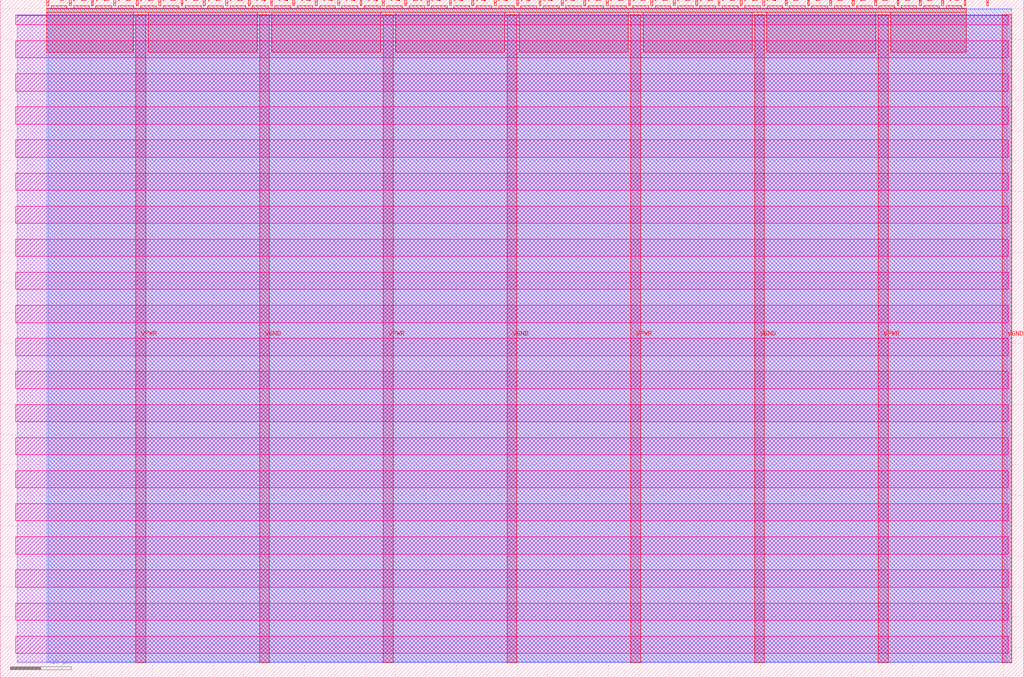
<source format=lef>
VERSION 5.7 ;
  NOWIREEXTENSIONATPIN ON ;
  DIVIDERCHAR "/" ;
  BUSBITCHARS "[]" ;
MACRO tt_um_wokwi_374140166551523329
  CLASS BLOCK ;
  FOREIGN tt_um_wokwi_374140166551523329 ;
  ORIGIN 0.000 0.000 ;
  SIZE 168.360 BY 111.520 ;
  PIN VGND
    DIRECTION INOUT ;
    USE GROUND ;
    PORT
      LAYER met4 ;
        RECT 42.670 2.480 44.270 109.040 ;
    END
    PORT
      LAYER met4 ;
        RECT 83.380 2.480 84.980 109.040 ;
    END
    PORT
      LAYER met4 ;
        RECT 124.090 2.480 125.690 109.040 ;
    END
    PORT
      LAYER met4 ;
        RECT 164.800 2.480 166.400 109.040 ;
    END
  END VGND
  PIN VPWR
    DIRECTION INOUT ;
    USE POWER ;
    PORT
      LAYER met4 ;
        RECT 22.315 2.480 23.915 109.040 ;
    END
    PORT
      LAYER met4 ;
        RECT 63.025 2.480 64.625 109.040 ;
    END
    PORT
      LAYER met4 ;
        RECT 103.735 2.480 105.335 109.040 ;
    END
    PORT
      LAYER met4 ;
        RECT 144.445 2.480 146.045 109.040 ;
    END
  END VPWR
  PIN clk
    DIRECTION INPUT ;
    USE SIGNAL ;
    ANTENNAGATEAREA 0.852000 ;
    PORT
      LAYER met4 ;
        RECT 158.550 110.520 158.850 111.520 ;
    END
  END clk
  PIN ena
    DIRECTION INPUT ;
    USE SIGNAL ;
    PORT
      LAYER met4 ;
        RECT 162.230 110.520 162.530 111.520 ;
    END
  END ena
  PIN rst_n
    DIRECTION INPUT ;
    USE SIGNAL ;
    ANTENNAGATEAREA 0.196500 ;
    PORT
      LAYER met4 ;
        RECT 154.870 110.520 155.170 111.520 ;
    END
  END rst_n
  PIN ui_in[0]
    DIRECTION INPUT ;
    USE SIGNAL ;
    ANTENNAGATEAREA 0.196500 ;
    PORT
      LAYER met4 ;
        RECT 151.190 110.520 151.490 111.520 ;
    END
  END ui_in[0]
  PIN ui_in[1]
    DIRECTION INPUT ;
    USE SIGNAL ;
    PORT
      LAYER met4 ;
        RECT 147.510 110.520 147.810 111.520 ;
    END
  END ui_in[1]
  PIN ui_in[2]
    DIRECTION INPUT ;
    USE SIGNAL ;
    PORT
      LAYER met4 ;
        RECT 143.830 110.520 144.130 111.520 ;
    END
  END ui_in[2]
  PIN ui_in[3]
    DIRECTION INPUT ;
    USE SIGNAL ;
    PORT
      LAYER met4 ;
        RECT 140.150 110.520 140.450 111.520 ;
    END
  END ui_in[3]
  PIN ui_in[4]
    DIRECTION INPUT ;
    USE SIGNAL ;
    PORT
      LAYER met4 ;
        RECT 136.470 110.520 136.770 111.520 ;
    END
  END ui_in[4]
  PIN ui_in[5]
    DIRECTION INPUT ;
    USE SIGNAL ;
    PORT
      LAYER met4 ;
        RECT 132.790 110.520 133.090 111.520 ;
    END
  END ui_in[5]
  PIN ui_in[6]
    DIRECTION INPUT ;
    USE SIGNAL ;
    PORT
      LAYER met4 ;
        RECT 129.110 110.520 129.410 111.520 ;
    END
  END ui_in[6]
  PIN ui_in[7]
    DIRECTION INPUT ;
    USE SIGNAL ;
    PORT
      LAYER met4 ;
        RECT 125.430 110.520 125.730 111.520 ;
    END
  END ui_in[7]
  PIN uio_in[0]
    DIRECTION INPUT ;
    USE SIGNAL ;
    PORT
      LAYER met4 ;
        RECT 121.750 110.520 122.050 111.520 ;
    END
  END uio_in[0]
  PIN uio_in[1]
    DIRECTION INPUT ;
    USE SIGNAL ;
    PORT
      LAYER met4 ;
        RECT 118.070 110.520 118.370 111.520 ;
    END
  END uio_in[1]
  PIN uio_in[2]
    DIRECTION INPUT ;
    USE SIGNAL ;
    PORT
      LAYER met4 ;
        RECT 114.390 110.520 114.690 111.520 ;
    END
  END uio_in[2]
  PIN uio_in[3]
    DIRECTION INPUT ;
    USE SIGNAL ;
    PORT
      LAYER met4 ;
        RECT 110.710 110.520 111.010 111.520 ;
    END
  END uio_in[3]
  PIN uio_in[4]
    DIRECTION INPUT ;
    USE SIGNAL ;
    PORT
      LAYER met4 ;
        RECT 107.030 110.520 107.330 111.520 ;
    END
  END uio_in[4]
  PIN uio_in[5]
    DIRECTION INPUT ;
    USE SIGNAL ;
    PORT
      LAYER met4 ;
        RECT 103.350 110.520 103.650 111.520 ;
    END
  END uio_in[5]
  PIN uio_in[6]
    DIRECTION INPUT ;
    USE SIGNAL ;
    PORT
      LAYER met4 ;
        RECT 99.670 110.520 99.970 111.520 ;
    END
  END uio_in[6]
  PIN uio_in[7]
    DIRECTION INPUT ;
    USE SIGNAL ;
    PORT
      LAYER met4 ;
        RECT 95.990 110.520 96.290 111.520 ;
    END
  END uio_in[7]
  PIN uio_oe[0]
    DIRECTION OUTPUT TRISTATE ;
    USE SIGNAL ;
    PORT
      LAYER met4 ;
        RECT 33.430 110.520 33.730 111.520 ;
    END
  END uio_oe[0]
  PIN uio_oe[1]
    DIRECTION OUTPUT TRISTATE ;
    USE SIGNAL ;
    PORT
      LAYER met4 ;
        RECT 29.750 110.520 30.050 111.520 ;
    END
  END uio_oe[1]
  PIN uio_oe[2]
    DIRECTION OUTPUT TRISTATE ;
    USE SIGNAL ;
    PORT
      LAYER met4 ;
        RECT 26.070 110.520 26.370 111.520 ;
    END
  END uio_oe[2]
  PIN uio_oe[3]
    DIRECTION OUTPUT TRISTATE ;
    USE SIGNAL ;
    PORT
      LAYER met4 ;
        RECT 22.390 110.520 22.690 111.520 ;
    END
  END uio_oe[3]
  PIN uio_oe[4]
    DIRECTION OUTPUT TRISTATE ;
    USE SIGNAL ;
    PORT
      LAYER met4 ;
        RECT 18.710 110.520 19.010 111.520 ;
    END
  END uio_oe[4]
  PIN uio_oe[5]
    DIRECTION OUTPUT TRISTATE ;
    USE SIGNAL ;
    PORT
      LAYER met4 ;
        RECT 15.030 110.520 15.330 111.520 ;
    END
  END uio_oe[5]
  PIN uio_oe[6]
    DIRECTION OUTPUT TRISTATE ;
    USE SIGNAL ;
    PORT
      LAYER met4 ;
        RECT 11.350 110.520 11.650 111.520 ;
    END
  END uio_oe[6]
  PIN uio_oe[7]
    DIRECTION OUTPUT TRISTATE ;
    USE SIGNAL ;
    PORT
      LAYER met4 ;
        RECT 7.670 110.520 7.970 111.520 ;
    END
  END uio_oe[7]
  PIN uio_out[0]
    DIRECTION OUTPUT TRISTATE ;
    USE SIGNAL ;
    PORT
      LAYER met4 ;
        RECT 62.870 110.520 63.170 111.520 ;
    END
  END uio_out[0]
  PIN uio_out[1]
    DIRECTION OUTPUT TRISTATE ;
    USE SIGNAL ;
    PORT
      LAYER met4 ;
        RECT 59.190 110.520 59.490 111.520 ;
    END
  END uio_out[1]
  PIN uio_out[2]
    DIRECTION OUTPUT TRISTATE ;
    USE SIGNAL ;
    PORT
      LAYER met4 ;
        RECT 55.510 110.520 55.810 111.520 ;
    END
  END uio_out[2]
  PIN uio_out[3]
    DIRECTION OUTPUT TRISTATE ;
    USE SIGNAL ;
    PORT
      LAYER met4 ;
        RECT 51.830 110.520 52.130 111.520 ;
    END
  END uio_out[3]
  PIN uio_out[4]
    DIRECTION OUTPUT TRISTATE ;
    USE SIGNAL ;
    PORT
      LAYER met4 ;
        RECT 48.150 110.520 48.450 111.520 ;
    END
  END uio_out[4]
  PIN uio_out[5]
    DIRECTION OUTPUT TRISTATE ;
    USE SIGNAL ;
    PORT
      LAYER met4 ;
        RECT 44.470 110.520 44.770 111.520 ;
    END
  END uio_out[5]
  PIN uio_out[6]
    DIRECTION OUTPUT TRISTATE ;
    USE SIGNAL ;
    PORT
      LAYER met4 ;
        RECT 40.790 110.520 41.090 111.520 ;
    END
  END uio_out[6]
  PIN uio_out[7]
    DIRECTION OUTPUT TRISTATE ;
    USE SIGNAL ;
    PORT
      LAYER met4 ;
        RECT 37.110 110.520 37.410 111.520 ;
    END
  END uio_out[7]
  PIN uo_out[0]
    DIRECTION OUTPUT TRISTATE ;
    USE SIGNAL ;
    ANTENNADIFFAREA 0.445500 ;
    PORT
      LAYER met4 ;
        RECT 92.310 110.520 92.610 111.520 ;
    END
  END uo_out[0]
  PIN uo_out[1]
    DIRECTION OUTPUT TRISTATE ;
    USE SIGNAL ;
    ANTENNADIFFAREA 0.795200 ;
    PORT
      LAYER met4 ;
        RECT 88.630 110.520 88.930 111.520 ;
    END
  END uo_out[1]
  PIN uo_out[2]
    DIRECTION OUTPUT TRISTATE ;
    USE SIGNAL ;
    ANTENNADIFFAREA 0.445500 ;
    PORT
      LAYER met4 ;
        RECT 84.950 110.520 85.250 111.520 ;
    END
  END uo_out[2]
  PIN uo_out[3]
    DIRECTION OUTPUT TRISTATE ;
    USE SIGNAL ;
    PORT
      LAYER met4 ;
        RECT 81.270 110.520 81.570 111.520 ;
    END
  END uo_out[3]
  PIN uo_out[4]
    DIRECTION OUTPUT TRISTATE ;
    USE SIGNAL ;
    PORT
      LAYER met4 ;
        RECT 77.590 110.520 77.890 111.520 ;
    END
  END uo_out[4]
  PIN uo_out[5]
    DIRECTION OUTPUT TRISTATE ;
    USE SIGNAL ;
    PORT
      LAYER met4 ;
        RECT 73.910 110.520 74.210 111.520 ;
    END
  END uo_out[5]
  PIN uo_out[6]
    DIRECTION OUTPUT TRISTATE ;
    USE SIGNAL ;
    PORT
      LAYER met4 ;
        RECT 70.230 110.520 70.530 111.520 ;
    END
  END uo_out[6]
  PIN uo_out[7]
    DIRECTION OUTPUT TRISTATE ;
    USE SIGNAL ;
    PORT
      LAYER met4 ;
        RECT 66.550 110.520 66.850 111.520 ;
    END
  END uo_out[7]
  OBS
      LAYER nwell ;
        RECT 2.570 107.385 165.790 108.990 ;
        RECT 2.570 101.945 165.790 104.775 ;
        RECT 2.570 96.505 165.790 99.335 ;
        RECT 2.570 91.065 165.790 93.895 ;
        RECT 2.570 85.625 165.790 88.455 ;
        RECT 2.570 80.185 165.790 83.015 ;
        RECT 2.570 74.745 165.790 77.575 ;
        RECT 2.570 69.305 165.790 72.135 ;
        RECT 2.570 63.865 165.790 66.695 ;
        RECT 2.570 58.425 165.790 61.255 ;
        RECT 2.570 52.985 165.790 55.815 ;
        RECT 2.570 47.545 165.790 50.375 ;
        RECT 2.570 42.105 165.790 44.935 ;
        RECT 2.570 36.665 165.790 39.495 ;
        RECT 2.570 31.225 165.790 34.055 ;
        RECT 2.570 25.785 165.790 28.615 ;
        RECT 2.570 20.345 165.790 23.175 ;
        RECT 2.570 14.905 165.790 17.735 ;
        RECT 2.570 9.465 165.790 12.295 ;
        RECT 2.570 4.025 165.790 6.855 ;
      LAYER li1 ;
        RECT 2.760 2.635 165.600 108.885 ;
      LAYER met1 ;
        RECT 2.760 2.480 166.400 109.040 ;
      LAYER met2 ;
        RECT 7.910 2.535 166.370 110.005 ;
      LAYER met3 ;
        RECT 7.630 2.555 166.390 109.985 ;
      LAYER met4 ;
        RECT 8.370 110.120 10.950 110.520 ;
        RECT 12.050 110.120 14.630 110.520 ;
        RECT 15.730 110.120 18.310 110.520 ;
        RECT 19.410 110.120 21.990 110.520 ;
        RECT 23.090 110.120 25.670 110.520 ;
        RECT 26.770 110.120 29.350 110.520 ;
        RECT 30.450 110.120 33.030 110.520 ;
        RECT 34.130 110.120 36.710 110.520 ;
        RECT 37.810 110.120 40.390 110.520 ;
        RECT 41.490 110.120 44.070 110.520 ;
        RECT 45.170 110.120 47.750 110.520 ;
        RECT 48.850 110.120 51.430 110.520 ;
        RECT 52.530 110.120 55.110 110.520 ;
        RECT 56.210 110.120 58.790 110.520 ;
        RECT 59.890 110.120 62.470 110.520 ;
        RECT 63.570 110.120 66.150 110.520 ;
        RECT 67.250 110.120 69.830 110.520 ;
        RECT 70.930 110.120 73.510 110.520 ;
        RECT 74.610 110.120 77.190 110.520 ;
        RECT 78.290 110.120 80.870 110.520 ;
        RECT 81.970 110.120 84.550 110.520 ;
        RECT 85.650 110.120 88.230 110.520 ;
        RECT 89.330 110.120 91.910 110.520 ;
        RECT 93.010 110.120 95.590 110.520 ;
        RECT 96.690 110.120 99.270 110.520 ;
        RECT 100.370 110.120 102.950 110.520 ;
        RECT 104.050 110.120 106.630 110.520 ;
        RECT 107.730 110.120 110.310 110.520 ;
        RECT 111.410 110.120 113.990 110.520 ;
        RECT 115.090 110.120 117.670 110.520 ;
        RECT 118.770 110.120 121.350 110.520 ;
        RECT 122.450 110.120 125.030 110.520 ;
        RECT 126.130 110.120 128.710 110.520 ;
        RECT 129.810 110.120 132.390 110.520 ;
        RECT 133.490 110.120 136.070 110.520 ;
        RECT 137.170 110.120 139.750 110.520 ;
        RECT 140.850 110.120 143.430 110.520 ;
        RECT 144.530 110.120 147.110 110.520 ;
        RECT 148.210 110.120 150.790 110.520 ;
        RECT 151.890 110.120 154.470 110.520 ;
        RECT 155.570 110.120 158.150 110.520 ;
        RECT 7.655 109.440 158.865 110.120 ;
        RECT 7.655 102.855 21.915 109.440 ;
        RECT 24.315 102.855 42.270 109.440 ;
        RECT 44.670 102.855 62.625 109.440 ;
        RECT 65.025 102.855 82.980 109.440 ;
        RECT 85.380 102.855 103.335 109.440 ;
        RECT 105.735 102.855 123.690 109.440 ;
        RECT 126.090 102.855 144.045 109.440 ;
        RECT 146.445 102.855 158.865 109.440 ;
  END
END tt_um_wokwi_374140166551523329
END LIBRARY


</source>
